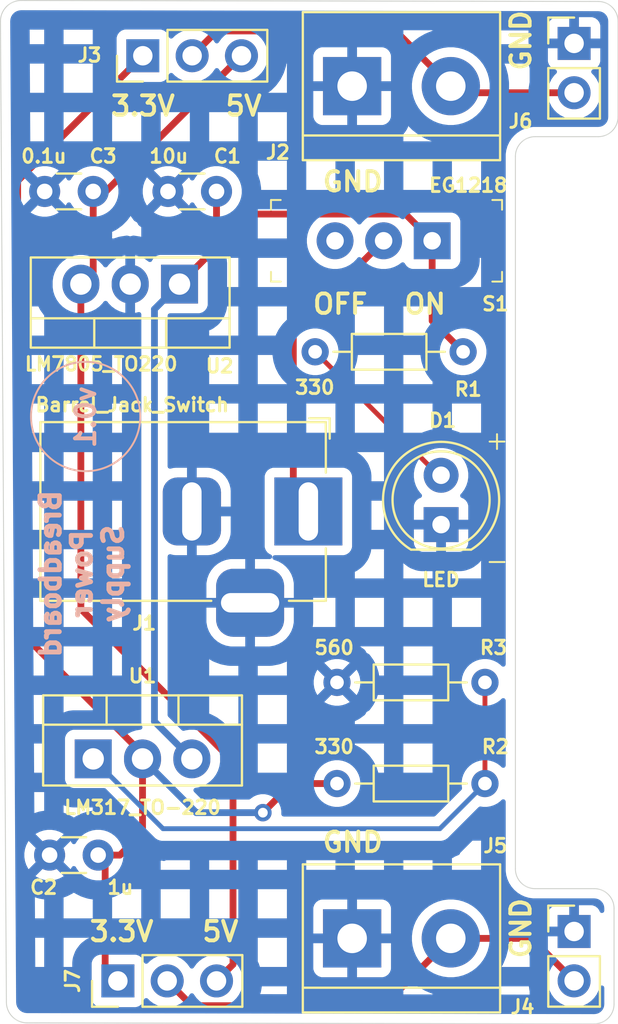
<source format=kicad_pcb>
(kicad_pcb (version 20241229) (generator "pcbnew") (generator_version "9.0")
  (layers (0 "F.Cu" signal) (2 "B.Cu" signal) (13 "F.Paste" user) (15 "B.Paste" user) (5 "F.SilkS" user "F.Silkscreen") (7 "B.SilkS" user "B.Silkscreen") (1 "F.Mask" user) (3 "B.Mask" user) (25 "Edge.Cuts" user))
  (net 0 "")
  (net 1 "/12V")
  (net 2 "GND")
  (net 3 "/3.3V")
  (net 4 "/5V")
  (net 5 "/PWR_input")
  (net 6 "Net-(U1-ADJ)")
  (net 8 "Net-(D1-A)")
  (net 9 "/PWR_OUT_BOT")
  (net 10 "/PWR_OUT_TOP")
  (footprint "Connector_BarrelJack:BarrelJack_Horizontal" (layer "F.Cu") (at 96.17 72.989)
    (property "Reference" "J1" (at -8.45 5.75 0) (layer "F.SilkS") (effects (font (size 0.7 0.7))))
    (property "Value" "Barrel_Jack_Switch" (at -9.07 -5.489 0) (layer "F.SilkS") (effects (font (size 0.7 0.7))))
    (fp_line (start -13.8 -4.6) (end 0.9 -4.6) (stroke (width 0.12)) (layer "F.SilkS"))
    (fp_line (start -13.8 4.6) (end -13.8 -4.6) (stroke (width 0.12)) (layer "F.SilkS"))
    (fp_line (start -5 4.6) (end -13.8 4.6) (stroke (width 0.12)) (layer "F.SilkS"))
    (fp_line (start 0.05 -4.8) (end 1.1 -4.8) (stroke (width 0.12)) (layer "F.SilkS"))
    (fp_line (start 0.9 -4.6) (end 0.9 -2) (stroke (width 0.12)) (layer "F.SilkS"))
    (fp_line (start 0.9 1.9) (end 0.9 4.6) (stroke (width 0.12)) (layer "F.SilkS"))
    (fp_line (start 0.9 4.6) (end -1 4.6) (stroke (width 0.12)) (layer "F.SilkS"))
    (fp_line (start 1.1 -3.75) (end 1.1 -4.8) (stroke (width 0.12)) (layer "F.SilkS"))
    (pad "1" thru_hole rect (at 0 0) (size 3.5 3.5) (drill oval 1 3) (layers "*.Cu" "*.Mask") (net 5 "/PWR_input"))
    (pad "2" thru_hole roundrect (at -6 0) (size 3 3.5) (drill oval 1 3) (layers "*.Cu" "*.Mask") (net 2 "GND"))
    (pad "3" thru_hole roundrect (at -3 4.7) (size 3.5 3.5) (drill oval 3 1) (layers "*.Cu" "*.Mask") (net 2 "GND"))
  )
  (footprint "Connector_PinHeader_2.54mm:PinHeader_1x03_P2.54mm_Vertical" (layer "F.Cu") (at 87.645 49.53 90)
    (property "Reference" "J3" (at 0.03 -2.745 180) (layer "F.SilkS") (effects (font (size 0.7 0.7))))
    (property "Value" "Conn_01x03_Pin" (hide yes))
    (fp_line (start -1.33 -1.33) (end 0 -1.33) (stroke (width 0.12)) (layer "F.SilkS"))
    (fp_line (start -1.33 0) (end -1.33 -1.33) (stroke (width 0.12)) (layer "F.SilkS"))
    (fp_line (start 1.33 1.27) (end 1.33 6.41) (stroke (width 0.12)) (layer "F.SilkS"))
    (fp_line (start -1.33 1.27) (end 1.33 1.27) (stroke (width 0.12)) (layer "F.SilkS"))
    (fp_line (start -1.33 1.27) (end -1.33 6.41) (stroke (width 0.12)) (layer "F.SilkS"))
    (fp_line (start -1.33 6.41) (end 1.33 6.41) (stroke (width 0.12)) (layer "F.SilkS"))
    (pad "1" thru_hole rect (at 0 0 90) (size 1.7 1.7) (drill 1) (layers "*.Cu" "*.Mask") (net 3 "/3.3V"))
    (pad "2" thru_hole oval (at 0 2.54 90) (size 1.7 1.7) (drill 1) (layers "*.Cu" "*.Mask") (net 10 "/PWR_OUT_TOP"))
    (pad "3" thru_hole oval (at 0 5.08 90) (size 1.7 1.7) (drill 1) (layers "*.Cu" "*.Mask") (net 4 "/5V"))
  )
  (footprint "TerminalBlock:TerminalBlock_bornier-2_P5.08mm" (layer "F.Cu") (at 98.425 51.095)
    (property "Reference" "J2" (at -3.825 3.405 0) (layer "F.SilkS") (effects (font (size 0.7 0.7))))
    (property "Value" "Screw_Terminal_01x02" (hide yes))
    (fp_line (start -2.54 -3.81) (end -2.54 3.81) (stroke (width 0.12)) (layer "F.SilkS"))
    (fp_line (start -2.54 3.81) (end 7.62 3.81) (stroke (width 0.12)) (layer "F.SilkS"))
    (fp_line (start 7.62 -3.81) (end -2.54 -3.81) (stroke (width 0.12)) (layer "F.SilkS"))
    (fp_line (start 7.62 2.54) (end -2.54 2.54) (stroke (width 0.12)) (layer "F.SilkS"))
    (fp_line (start 7.62 3.81) (end 7.62 -3.81) (stroke (width 0.12)) (layer "F.SilkS"))
    (pad "1" thru_hole rect (at 0 0) (size 3 3) (drill 1.52) (layers "*.Cu" "*.Mask") (net 2 "GND"))
    (pad "2" thru_hole circle (at 5.08 0) (size 3 3) (drill 1.52) (layers "*.Cu" "*.Mask") (net 10 "/PWR_OUT_TOP"))
  )
  (footprint "Resistor_THT:R_Axial_DIN0204_L3.6mm_D1.6mm_P7.62mm_Horizontal" (layer "F.Cu") (at 96.52 64.77)
    (property "Reference" "R1" (at 7.88 1.93 0) (layer "F.SilkS") (effects (font (size 0.7 0.7))))
    (property "Value" "330" (at -0.02 1.83 0) (layer "F.SilkS") (effects (font (size 0.7 0.7))))
    (fp_line (start 0.94 0) (end 1.89 0) (stroke (width 0.12)) (layer "F.SilkS"))
    (fp_line (start 1.89 -0.92) (end 1.89 0.92) (stroke (width 0.12)) (layer "F.SilkS"))
    (fp_line (start 1.89 0.92) (end 5.73 0.92) (stroke (width 0.12)) (layer "F.SilkS"))
    (fp_line (start 5.73 -0.92) (end 1.89 -0.92) (stroke (width 0.12)) (layer "F.SilkS"))
    (fp_line (start 5.73 0.92) (end 5.73 -0.92) (stroke (width 0.12)) (layer "F.SilkS"))
    (fp_line (start 6.68 0) (end 5.73 0) (stroke (width 0.12)) (layer "F.SilkS"))
    (pad "1" thru_hole circle (at 0 0) (size 1.4 1.4) (drill 0.7) (layers "*.Cu" "*.Mask") (net 8 "Net-(D1-A)"))
    (pad "2" thru_hole oval (at 7.62 0) (size 1.4 1.4) (drill 0.7) (layers "*.Cu" "*.Mask") (net 1 "/12V"))
  )
  (footprint "LED_THT:LED_D5.0mm" (layer "F.Cu") (at 103.005 73.665 90)
    (property "Reference" "D1" (at 5.365 -0.705 180) (layer "F.SilkS") (effects (font (size 0.7 0.7)) (justify left)))
    (property "Value" "LED" (at -2.835 -0.005 180) (layer "F.SilkS") (effects (font (size 0.7 0.7))))
    (fp_line (start -1.29 -1.545) (end -1.29 1.545) (stroke (width 0.12)) (layer "F.SilkS"))
    (fp_arc (start -1.29 -1.54483) (mid 2.071756 -2.880501) (end 4.26 -0.000048) (stroke (width 0.12)) (layer "F.SilkS"))
    (fp_arc (start 4.26 0.000048) (mid 2.071756 2.880501) (end -1.29 1.54483) (stroke (width 0.12)) (layer "F.SilkS"))
    (fp_circle (center 1.27 0) (end 3.77 0) (stroke (width 0.12)) (fill no) (layer "F.SilkS"))
    (pad "1" thru_hole rect (at 0 0 90) (size 1.8 1.8) (drill 0.9) (layers "*.Cu" "*.Mask") (net 2 "GND"))
    (pad "2" thru_hole circle (at 2.54 0 90) (size 1.8 1.8) (drill 0.9) (layers "*.Cu" "*.Mask") (net 8 "Net-(D1-A)"))
  )
  (footprint "Package_TO_SOT_THT:TO-220-3_Vertical" (layer "F.Cu") (at 85.09 85.725)
    (property "Reference" "U1" (at 2.54 -4.27 0) (layer "F.SilkS") (effects (font (size 0.7 0.7))))
    (property "Value" "LM317_TO-220" (at 2.54 2.5 0) (layer "F.SilkS") (effects (font (size 0.7 0.7))))
    (fp_line (start -2.58 -3.27) (end -2.58 1.371) (stroke (width 0.12)) (layer "F.SilkS"))
    (fp_line (start -2.58 -3.27) (end 7.66 -3.27) (stroke (width 0.12)) (layer "F.SilkS"))
    (fp_line (start -2.58 -1.76) (end 7.66 -1.76) (stroke (width 0.12)) (layer "F.SilkS"))
    (fp_line (start -2.58 1.371) (end 7.66 1.371) (stroke (width 0.12)) (layer "F.SilkS"))
    (fp_line (start 0.69 -3.27) (end 0.69 -1.76) (stroke (width 0.12)) (layer "F.SilkS"))
    (fp_line (start 4.391 -3.27) (end 4.391 -1.76) (stroke (width 0.12)) (layer "F.SilkS"))
    (fp_line (start 7.66 -3.27) (end 7.66 1.371) (stroke (width 0.12)) (layer "F.SilkS"))
    (pad "1" thru_hole rect (at 0 0) (size 1.905 2) (drill 1.1) (layers "*.Cu" "*.Mask") (net 6 "Net-(U1-ADJ)"))
    (pad "2" thru_hole oval (at 2.54 0) (size 1.905 2) (drill 1.1) (layers "*.Cu" "*.Mask") (net 3 "/3.3V"))
    (pad "3" thru_hole oval (at 5.08 0) (size 1.905 2) (drill 1.1) (layers "*.Cu" "*.Mask") (net 1 "/12V"))
  )
  (footprint "Capacitor_THT:C_Disc_D3.0mm_W1.6mm_P2.50mm" (layer "F.Cu") (at 91.44 56.515 180)
    (property "Reference" "C1" (at -0.56 1.815 0) (layer "F.SilkS") (effects (font (size 0.7 0.7))))
    (property "Value" "10u" (at 3.54 1.815 0) (layer "F.SilkS") (effects (font (size 0.7 0.7)) (justify left)))
    (fp_line (start 0.621 0.92) (end 1.879 0.92) (stroke (width 0.12)) (layer "F.SilkS"))
    (fp_line (start 0.621 -0.92) (end 1.879 -0.92) (stroke (width 0.12)) (layer "F.SilkS"))
    (pad "1" thru_hole circle (at 0 0 180) (size 1.6 1.6) (drill 0.8) (layers "*.Cu" "*.Mask") (net 1 "/12V"))
    (pad "2" thru_hole circle (at 2.5 0 180) (size 1.6 1.6) (drill 0.8) (layers "*.Cu" "*.Mask") (net 2 "GND"))
  )
  (footprint "Connector_PinHeader_2.54mm:PinHeader_1x03_P2.54mm_Vertical" (layer "F.Cu") (at 86.36 97.155 90)
    (property "Reference" "J7" (at 0 -2.33 90) (layer "F.SilkS") (effects (font (size 0.7 0.7))))
    (property "Value" "Conn_01x03_Pin" (hide yes))
    (fp_line (start -1.33 -1.33) (end 0 -1.33) (stroke (width 0.12)) (layer "F.SilkS"))
    (fp_line (start -1.33 0) (end -1.33 -1.33) (stroke (width 0.12)) (layer "F.SilkS"))
    (fp_line (start 1.33 1.27) (end 1.33 6.41) (stroke (width 0.12)) (layer "F.SilkS"))
    (fp_line (start -1.33 1.27) (end 1.33 1.27) (stroke (width 0.12)) (layer "F.SilkS"))
    (fp_line (start -1.33 1.27) (end -1.33 6.41) (stroke (width 0.12)) (layer "F.SilkS"))
    (fp_line (start -1.33 6.41) (end 1.33 6.41) (stroke (width 0.12)) (layer "F.SilkS"))
    (pad "1" thru_hole rect (at 0 0 90) (size 1.7 1.7) (drill 1) (layers "*.Cu" "*.Mask") (net 3 "/3.3V"))
    (pad "2" thru_hole oval (at 0 2.54 90) (size 1.7 1.7) (drill 1) (layers "*.Cu" "*.Mask") (net 9 "/PWR_OUT_BOT"))
    (pad "3" thru_hole oval (at 0 5.08 90) (size 1.7 1.7) (drill 1) (layers "*.Cu" "*.Mask") (net 4 "/5V"))
  )
  (footprint "Connector_PinHeader_2.54mm:PinHeader_1x02_P2.54mm_Vertical" (layer "F.Cu") (at 109.855 94.61)
    (property "Reference" "J4" (at -2.655 3.885 0) (layer "F.SilkS") (effects (font (size 0.7 0.7))))
    (property "Value" "Conn_01x02_Pin" (hide yes))
    (fp_line (start -1.33 -1.33) (end 0 -1.33) (stroke (width 0.12)) (layer "F.SilkS"))
    (fp_line (start -1.33 0) (end -1.33 -1.33) (stroke (width 0.12)) (layer "F.SilkS"))
    (fp_line (start -1.33 1.27) (end -1.33 3.87) (stroke (width 0.12)) (layer "F.SilkS"))
    (fp_line (start -1.33 1.27) (end 1.33 1.27) (stroke (width 0.12)) (layer "F.SilkS"))
    (fp_line (start -1.33 3.87) (end 1.33 3.87) (stroke (width 0.12)) (layer "F.SilkS"))
    (fp_line (start 1.33 1.27) (end 1.33 3.87) (stroke (width 0.12)) (layer "F.SilkS"))
    (pad "1" thru_hole rect (at 0 0) (size 1.7 1.7) (drill 1) (layers "*.Cu" "*.Mask") (net 2 "GND"))
    (pad "2" thru_hole oval (at 0 2.54) (size 1.7 1.7) (drill 1) (layers "*.Cu" "*.Mask") (net 9 "/PWR_OUT_BOT"))
  )
  (footprint "Capacitor_THT:C_Disc_D3.0mm_W1.6mm_P2.50mm" (layer "F.Cu") (at 85.09 56.515 180)
    (property "Reference" "C3" (at -0.51 1.815 0) (layer "F.SilkS") (effects (font (size 0.7 0.7))))
    (property "Value" "0.1u" (at 3.79 1.815 0) (layer "F.SilkS") (effects (font (size 0.7 0.7)) (justify left)))
    (fp_line (start 0.621 0.92) (end 1.879 0.92) (stroke (width 0.12)) (layer "F.SilkS"))
    (fp_line (start 0.621 -0.92) (end 1.879 -0.92) (stroke (width 0.12)) (layer "F.SilkS"))
    (pad "1" thru_hole circle (at 0 0 180) (size 1.6 1.6) (drill 0.8) (layers "*.Cu" "*.Mask") (net 4 "/5V"))
    (pad "2" thru_hole circle (at 2.5 0 180) (size 1.6 1.6) (drill 0.8) (layers "*.Cu" "*.Mask") (net 2 "GND"))
  )
  (footprint "Capacitor_THT:C_Disc_D3.0mm_W1.6mm_P2.50mm" (layer "F.Cu") (at 85.344 90.678 180)
    (property "Reference" "C2" (at 2.805 -1.66 0) (layer "F.SilkS") (effects (font (size 0.7 0.7))))
    (property "Value" "1u" (at -0.395 -1.66 0) (layer "F.SilkS") (effects (font (size 0.7 0.7)) (justify left)))
    (fp_line (start 0.621 0.92) (end 1.879 0.92) (stroke (width 0.12)) (layer "F.SilkS"))
    (fp_line (start 0.621 -0.92) (end 1.879 -0.92) (stroke (width 0.12)) (layer "F.SilkS"))
    (pad "1" thru_hole circle (at 0 0 180) (size 1.6 1.6) (drill 0.8) (layers "*.Cu" "*.Mask") (net 3 "/3.3V"))
    (pad "2" thru_hole circle (at 2.5 0 180) (size 1.6 1.6) (drill 0.8) (layers "*.Cu" "*.Mask") (net 2 "GND"))
  )
  (footprint "Resistor_THT:R_Axial_DIN0204_L3.6mm_D1.6mm_P7.62mm_Horizontal" (layer "F.Cu") (at 97.645 81.788)
    (property "Reference" "R3" (at 8.055 -1.788 0) (layer "F.SilkS") (effects (font (size 0.7 0.7))))
    (property "Value" "560" (at -1.245 -1.788 0) (layer "F.SilkS") (effects (font (size 0.7 0.7)) (justify left)))
    (fp_line (start 0.94 0) (end 1.89 0) (stroke (width 0.12)) (layer "F.SilkS"))
    (fp_line (start 1.89 -0.92) (end 1.89 0.92) (stroke (width 0.12)) (layer "F.SilkS"))
    (fp_line (start 1.89 0.92) (end 5.73 0.92) (stroke (width 0.12)) (layer "F.SilkS"))
    (fp_line (start 5.73 -0.92) (end 1.89 -0.92) (stroke (width 0.12)) (layer "F.SilkS"))
    (fp_line (start 5.73 0.92) (end 5.73 -0.92) (stroke (width 0.12)) (layer "F.SilkS"))
    (fp_line (start 6.68 0) (end 5.73 0) (stroke (width 0.12)) (layer "F.SilkS"))
    (pad "1" thru_hole circle (at 0 0) (size 1.4 1.4) (drill 0.7) (layers "*.Cu" "*.Mask") (net 2 "GND"))
    (pad "2" thru_hole oval (at 7.62 0) (size 1.4 1.4) (drill 0.7) (layers "*.Cu" "*.Mask") (net 6 "Net-(U1-ADJ)"))
  )
  (footprint "Resistor_THT:R_Axial_DIN0204_L3.6mm_D1.6mm_P7.62mm_Horizontal" (layer "F.Cu") (at 105.265 86.995 180)
    (property "Reference" "R2" (at -0.535 1.895 0) (layer "F.SilkS") (effects (font (size 0.7 0.7))))
    (property "Value" "330" (at 8.865 1.895 0) (layer "F.SilkS") (effects (font (size 0.7 0.7)) (justify left)))
    (fp_line (start 6.68 0) (end 5.73 0) (stroke (width 0.12)) (layer "F.SilkS"))
    (fp_line (start 5.73 0.92) (end 5.73 -0.92) (stroke (width 0.12)) (layer "F.SilkS"))
    (fp_line (start 5.73 -0.92) (end 1.89 -0.92) (stroke (width 0.12)) (layer "F.SilkS"))
    (fp_line (start 1.89 0.92) (end 5.73 0.92) (stroke (width 0.12)) (layer "F.SilkS"))
    (fp_line (start 1.89 -0.92) (end 1.89 0.92) (stroke (width 0.12)) (layer "F.SilkS"))
    (fp_line (start 0.94 0) (end 1.89 0) (stroke (width 0.12)) (layer "F.SilkS"))
    (pad "1" thru_hole circle (at 0 0 180) (size 1.4 1.4) (drill 0.7) (layers "*.Cu" "*.Mask") (net 6 "Net-(U1-ADJ)"))
    (pad "2" thru_hole oval (at 7.62 0 180) (size 1.4 1.4) (drill 0.7) (layers "*.Cu" "*.Mask") (net 3 "/3.3V"))
  )
  (footprint "Connector_PinHeader_2.54mm:PinHeader_1x02_P2.54mm_Vertical" (layer "F.Cu") (at 109.855 48.895)
    (property "Reference" "J6" (at -2.755 4.005 0) (layer "F.SilkS") (effects (font (size 0.7 0.7))))
    (property "Value" "Conn_01x02_Pin" (hide yes))
    (fp_line (start -1.33 -1.33) (end 0 -1.33) (stroke (width 0.12)) (layer "F.SilkS"))
    (fp_line (start -1.33 0) (end -1.33 -1.33) (stroke (width 0.12)) (layer "F.SilkS"))
    (fp_line (start -1.33 1.27) (end -1.33 3.87) (stroke (width 0.12)) (layer "F.SilkS"))
    (fp_line (start -1.33 1.27) (end 1.33 1.27) (stroke (width 0.12)) (layer "F.SilkS"))
    (fp_line (start -1.33 3.87) (end 1.33 3.87) (stroke (width 0.12)) (layer "F.SilkS"))
    (fp_line (start 1.33 1.27) (end 1.33 3.87) (stroke (width 0.12)) (layer "F.SilkS"))
    (pad "1" thru_hole rect (at 0 0) (size 1.7 1.7) (drill 1) (layers "*.Cu" "*.Mask") (net 2 "GND"))
    (pad "2" thru_hole oval (at 0 2.54) (size 1.7 1.7) (drill 1) (layers "*.Cu" "*.Mask") (net 10 "/PWR_OUT_TOP"))
  )
  (footprint "TerminalBlock:TerminalBlock_bornier-2_P5.08mm" (layer "F.Cu") (at 98.425 94.965)
    (property "Reference" "J5" (at 7.375 -4.765 0) (layer "F.SilkS") (effects (font (size 0.7 0.7))))
    (property "Value" "Screw_Terminal_01x02" (hide yes))
    (fp_line (start -2.54 -3.81) (end -2.54 3.81) (stroke (width 0.12)) (layer "F.SilkS"))
    (fp_line (start -2.54 3.81) (end 7.62 3.81) (stroke (width 0.12)) (layer "F.SilkS"))
    (fp_line (start 7.62 -3.81) (end -2.54 -3.81) (stroke (width 0.12)) (layer "F.SilkS"))
    (fp_line (start 7.62 2.54) (end -2.54 2.54) (stroke (width 0.12)) (layer "F.SilkS"))
    (fp_line (start 7.62 3.81) (end 7.62 -3.81) (stroke (width 0.12)) (layer "F.SilkS"))
    (pad "1" thru_hole rect (at 0 0) (size 3 3) (drill 1.52) (layers "*.Cu" "*.Mask") (net 2 "GND"))
    (pad "2" thru_hole circle (at 5.08 0) (size 3 3) (drill 1.52) (layers "*.Cu" "*.Mask") (net 9 "/PWR_OUT_BOT"))
  )
  (footprint "digikey-footprints:Switch_Slide_11.6x4mm_EG1218" (layer "F.Cu") (at 102.545 59.055 180)
    (property "Reference" "S1" (at -3.255 -3.249819 0) (layer "F.SilkS") (effects (font (size 0.7 0.7))))
    (property "Value" "EG1218" (at -1.855 2.855 0) (layer "F.SilkS") (effects (font (size 0.7 0.7))))
    (fp_line (start 8.3 2.1) (end 8.3 1.6) (stroke (width 0.1)) (layer "F.SilkS"))
    (fp_line (start 8.3 2.1) (end 7.8 2.1) (stroke (width 0.1)) (layer "F.SilkS"))
    (fp_line (start 8.3 -2.1) (end 8.3 -1.6) (stroke (width 0.1)) (layer "F.SilkS"))
    (fp_line (start 8.3 -2.1) (end 7.8 -2.1) (stroke (width 0.1)) (layer "F.SilkS"))
    (fp_line (start -3.6 2.1) (end -3.1 2.1) (stroke (width 0.1)) (layer "F.SilkS"))
    (fp_line (start -3.6 2.1) (end -3.6 1.6) (stroke (width 0.1)) (layer "F.SilkS"))
    (fp_line (start -3.6 -2.1) (end -3.1 -2.1) (stroke (width 0.1)) (layer "F.SilkS"))
    (fp_line (start -3.6 -2.1) (end -3.6 -1.6) (stroke (width 0.1)) (layer "F.SilkS"))
    (pad "1" thru_hole rect (at 0 0 180) (size 1.9 1.9) (drill 0.9) (layers "*.Cu" "*.Mask") (net 1 "/12V"))
    (pad "2" thru_hole circle (at 2.5 0 180) (size 1.9 1.9) (drill 0.9) (layers "*.Cu" "*.Mask") (net 5 "/PWR_input"))
    (pad "3" thru_hole circle (at 5 0 180) (size 1.9 1.9) (drill 0.9) (layers "*.Cu" "*.Mask"))
  )
  (footprint "Package_TO_SOT_THT:TO-220-3_Vertical" (layer "F.Cu") (at 89.535 61.285 180)
    (property "Reference" "U2" (at -2.065 -4.215 0) (layer "F.SilkS") (effects (font (size 0.7 0.7))))
    (property "Value" "LM7805_TO220" (at 4.035 -4.115 0) (layer "F.SilkS") (effects (font (size 0.7 0.7))))
    (fp_line (start 7.66 -3.27) (end 7.66 1.371) (stroke (width 0.12)) (layer "F.SilkS"))
    (fp_line (start 4.391 -3.27) (end 4.391 -1.76) (stroke (width 0.12)) (layer "F.SilkS"))
    (fp_line (start 0.69 -3.27) (end 0.69 -1.76) (stroke (width 0.12)) (layer "F.SilkS"))
    (fp_line (start -2.58 1.371) (end 7.66 1.371) (stroke (width 0.12)) (layer "F.SilkS"))
    (fp_line (start -2.58 -1.76) (end 7.66 -1.76) (stroke (width 0.12)) (layer "F.SilkS"))
    (fp_line (start -2.58 -3.27) (end 7.66 -3.27) (stroke (width 0.12)) (layer "F.SilkS"))
    (fp_line (start -2.58 -3.27) (end -2.58 1.371) (stroke (width 0.12)) (layer "F.SilkS"))
    (pad "1" thru_hole rect (at 0 0 180) (size 1.905 2) (drill 1.1) (layers "*.Cu" "*.Mask") (net 1 "/12V"))
    (pad "2" thru_hole oval (at 2.54 0 180) (size 1.905 2) (drill 1.1) (layers "*.Cu" "*.Mask") (net 2 "GND"))
    (pad "3" thru_hole oval (at 5.08 0 180) (size 1.905 2) (drill 1.1) (layers "*.Cu" "*.Mask") (net 4 "/5V"))
  )
  (gr_circle (center 84.7 68.1) (end 85.716 70.724948) (stroke (width 0.1)) (fill no) (layer "B.SilkS"))
  (gr_arc (start 80.3148 47.752) (mid 80.627258 46.997658) (end 81.3816 46.6852) (stroke (width 0.05)) (layer "Edge.Cuts"))
  (gr_line (start 81.6864 99.314) (end 110.8964 99.3648) (stroke (width 0.05)) (layer "Edge.Cuts"))
  (gr_line (start 111.9124 98.3488) (end 111.9124 93.4212) (stroke (width 0.05)) (layer "Edge.Cuts"))
  (gr_arc (start 112.1156 52.6796) (mid 111.81802 53.39802) (end 111.0996 53.6956) (stroke (width 0.05)) (layer "Edge.Cuts"))
  (gr_arc (start 111.0996 46.736) (mid 111.81802 47.03358) (end 112.1156 47.752) (stroke (width 0.05)) (layer "Edge.Cuts"))
  (gr_arc (start 110.8964 92.4052) (mid 111.61482 92.70278) (end 111.9124 93.4212) (stroke (width 0.05)) (layer "Edge.Cuts"))
  (gr_arc (start 107.8484 92.4052) (mid 107.12998 92.10762) (end 106.8324 91.3892) (stroke (width 0.05)) (layer "Edge.Cuts"))
  (gr_line (start 80.3148 47.752) (end 80.6196 98.2472) (stroke (width 0.05)) (layer "Edge.Cuts"))
  (gr_line (start 111.0996 46.736) (end 81.3816 46.6852) (stroke (width 0.05)) (layer "Edge.Cuts"))
  (gr_arc (start 106.8324 54.7116) (mid 107.12998 53.99318) (end 107.8484 53.6956) (stroke (width 0.05)) (layer "Edge.Cuts"))
  (gr_line (start 110.8964 92.4052) (end 107.8484 92.4052) (stroke (width 0.05)) (layer "Edge.Cuts"))
  (gr_line (start 112.1156 52.6796) (end 112.1156 47.752) (stroke (width 0.05)) (layer "Edge.Cuts"))
  (gr_arc (start 81.6864 99.314) (mid 80.932058 99.001542) (end 80.6196 98.2472) (stroke (width 0.05)) (layer "Edge.Cuts"))
  (gr_line (start 107.8484 53.6956) (end 111.0996 53.6956) (stroke (width 0.05)) (layer "Edge.Cuts"))
  (gr_line (start 106.8324 91.3892) (end 106.8324 54.7116) (stroke (width 0.05)) (layer "Edge.Cuts"))
  (gr_arc (start 111.9124 98.3488) (mid 111.61482 99.06722) (end 110.8964 99.3648) (stroke (width 0.05)) (layer "Edge.Cuts"))
  (gr_text "-" (at 105.2 76.1 0) (layer "F.SilkS") (effects (font (size 1 1) (thickness 0.1)) (justify left bottom)))
  (gr_text "GND" (at 96.8 56.6 0) (layer "F.SilkS") (effects (font (size 1 1) (thickness 0.2) (bold yes)) (justify left bottom)))
  (gr_text "5V" (at 90.6 95.2 0) (layer "F.SilkS") (effects (font (size 1 1) (thickness 0.2) (bold yes)) (justify left bottom)))
  (gr_text "OFF" (at 96.3 62.9 0) (layer "F.SilkS") (effects (font (size 1 1) (thickness 0.2) (bold yes)) (justify left bottom)))
  (gr_text "GND" (at 107.7 50.4 90) (layer "F.SilkS") (effects (font (size 1 1) (thickness 0.2) (bold yes)) (justify left bottom)))
  (gr_text "ON" (at 101 62.9 0) (layer "F.SilkS") (effects (font (size 1 1) (thickness 0.2) (bold yes)) (justify left bottom)))
  (gr_text "GND" (at 96.8 90.6 0) (layer "F.SilkS") (effects (font (size 1 1) (thickness 0.2) (bold yes)) (justify left bottom)))
  (gr_text "GND" (at 107.7 96.1 90) (layer "F.SilkS") (effects (font (size 1 1) (thickness 0.2) (bold yes)) (justify left bottom)))
  (gr_text "5V" (at 91.8 52.7 0) (layer "F.SilkS") (effects (font (size 1 1) (thickness 0.2) (bold yes)) (justify left bottom)))
  (gr_text "3.3V" (at 84.8 95.2 0) (layer "F.SilkS") (effects (font (size 1 1) (thickness 0.2) (bold yes)) (justify left bottom)))
  (gr_text "+" (at 105.2 69.9 0) (layer "F.SilkS") (effects (font (size 1 1) (thickness 0.1)) (justify left bottom)))
  (gr_text "3.3V" (at 85.9 52.7 0) (layer "F.SilkS") (effects (font (size 1 1) (thickness 0.2) (bold yes)) (justify left bottom)))
  (gr_text "v0.1" (at 85.2816 66.4264 90) (layer "B.SilkS") (effects (font (size 1 1) (thickness 0.2) (bold yes)) (justify left bottom mirror)))
  (gr_text "Breadboard\nPower\nSupply" (at 86.7 76.2 90) (layer "B.SilkS") (effects (font (size 1 1) (thickness 0.25) (bold yes)) (justify bottom mirror)))
  (segment (start 89.535 61.285) (end 93.141 57.679) (width 0.35) (layer "F.Cu") (net 1))
  (segment (start 102.545 59.055) (end 102.545 63.175) (width 0.35) (layer "F.Cu") (net 1))
  (segment (start 91.44 56.515) (end 91.44 59.38) (width 0.35) (layer "F.Cu") (net 1))
  (segment (start 93.141 57.679) (end 101.169 57.679) (width 0.35) (layer "F.Cu") (net 1))
  (segment (start 91.44 59.38) (end 89.535 61.285) (width 0.35) (layer "F.Cu") (net 1))
  (segment (start 101.169 57.679) (end 102.545 59.055) (width 0.35) (layer "F.Cu") (net 1))
  (segment (start 102.545 63.175) (end 104.14 64.77) (width 0.35) (layer "F.Cu") (net 1))
  (segment (start 88.244 83.799) (end 90.17 85.725) (width 0.35) (layer "B.Cu") (net 1))
  (segment (start 89.535 61.285) (end 88.244 62.576) (width 0.35) (layer "B.Cu") (net 1))
  (segment (start 88.244 62.576) (end 88.244 83.799) (width 0.35) (layer "B.Cu") (net 1))
  (segment (start 85.705 96.5) (end 86.36 97.155) (width 0.35) (layer "F.Cu") (net 3))
  (segment (start 81.198838 55.976162) (end 81.198838 79.029338) (width 0.35) (layer "F.Cu") (net 3))
  (segment (start 95.3262 86.995) (end 93.8276 88.4936) (width 0.35) (layer "F.Cu") (net 3))
  (segment (start 87.63 89.515) (end 87.63 85.725) (width 0.35) (layer "F.Cu") (net 3))
  (segment (start 85.344 90.678) (end 86.467 90.678) (width 0.35) (layer "F.Cu") (net 3))
  (segment (start 87.63 85.4605) (end 87.63 85.725) (width 0.35) (layer "F.Cu") (net 3))
  (segment (start 85.344 90.678) (end 85.705 91.039) (width 0.35) (layer "F.Cu") (net 3))
  (segment (start 86.467 90.678) (end 87.63 89.515) (width 0.35) (layer "F.Cu") (net 3))
  (segment (start 85.705 91.039) (end 85.705 96.5) (width 0.35) (layer "F.Cu") (net 3))
  (segment (start 97.645 86.995) (end 95.3262 86.995) (width 0.35) (layer "F.Cu") (net 3))
  (segment (start 87.645 49.53) (end 81.198838 55.976162) (width 0.35) (layer "F.Cu") (net 3))
  (segment (start 81.198838 79.029338) (end 87.63 85.4605) (width 0.35) (layer "F.Cu") (net 3))
  (via (at 93.8276 88.4936) (size 0.9) (drill 0.5) (layers "F.Cu" "B.Cu") (net 3))
  (segment (start 93.8276 88.4936) (end 90.3986 88.4936) (width 0.35) (layer "B.Cu") (net 3))
  (segment (start 90.3986 88.4936) (end 87.63 85.725) (width 0.35) (layer "B.Cu") (net 3))
  (segment (start 84.455 61.285) (end 84.455 78.013007) (width 0.35) (layer "F.Cu") (net 4))
  (segment (start 84.455 78.013007) (end 92.29 85.848007) (width 0.35) (layer "F.Cu") (net 4))
  (segment (start 92.725 49.53) (end 85.74 56.515) (width 0.35) (layer "F.Cu") (net 4))
  (segment (start 85.09 56.515) (end 85.09 60.65) (width 0.35) (layer "F.Cu") (net 4))
  (segment (start 92.29 96.305) (end 91.44 97.155) (width 0.35) (layer "F.Cu") (net 4))
  (segment (start 85.74 56.515) (end 85.09 56.515) (width 0.35) (layer "F.Cu") (net 4))
  (segment (start 85.09 60.65) (end 84.455 61.285) (width 0.35) (layer "F.Cu") (net 4))
  (segment (start 92.29 85.848007) (end 92.29 96.305) (width 0.35) (layer "F.Cu") (net 4))
  (segment (start 95.394 72.213) (end 96.17 72.989) (width 0.35) (layer "F.Cu") (net 5))
  (segment (start 100.045 59.055) (end 95.394 63.706) (width 0.35) (layer "F.Cu") (net 5))
  (segment (start 95.394 63.706) (end 95.394 72.213) (width 0.35) (layer "F.Cu") (net 5))
  (segment (start 105.265 81.788) (end 105.265 86.995) (width 0.25) (layer "F.Cu") (net 6))
  (segment (start 88.6846 89.3196) (end 85.09 85.725) (width 0.25) (layer "B.Cu") (net 6))
  (segment (start 105.265 86.995) (end 102.9404 89.3196) (width 0.25) (layer "B.Cu") (net 6))
  (segment (start 102.9404 89.3196) (end 88.6846 89.3196) (width 0.25) (layer "B.Cu") (net 6))
  (segment (start 96.52 64.77) (end 102.875 71.125) (width 0.25) (layer "F.Cu") (net 8))
  (segment (start 102.875 71.125) (end 103.005 71.125) (width 0.25) (layer "F.Cu") (net 8))
  (segment (start 90.176 98.431) (end 100.039 98.431) (width 0.35) (layer "F.Cu") (net 9))
  (segment (start 109.855 97.15) (end 107.67 94.965) (width 0.35) (layer "F.Cu") (net 9))
  (segment (start 88.9 97.155) (end 90.176 98.431) (width 0.35) (layer "F.Cu") (net 9))
  (segment (start 107.67 94.965) (end 103.505 94.965) (width 0.35) (layer "F.Cu") (net 9))
  (segment (start 100.039 98.431) (end 103.505 94.965) (width 0.35) (layer "F.Cu") (net 9))
  (segment (start 103.845 51.095) (end 104.185 51.435) (width 0.35) (layer "F.Cu") (net 10))
  (segment (start 103.505 51.095) (end 103.845 51.095) (width 0.35) (layer "F.Cu") (net 10))
  (segment (start 104.185 51.435) (end 109.855 51.435) (width 0.35) (layer "F.Cu") (net 10))
  (segment (start 103.845 51.435) (end 103.505 51.095) (width 0.35) (layer "F.Cu") (net 10))
  (segment (start 90.185 49.53) (end 91.461 48.254) (width 0.35) (layer "F.Cu") (net 10))
  (segment (start 91.461 48.254) (end 100.664 48.254) (width 0.35) (layer "F.Cu") (net 10))
  (segment (start 100.664 48.254) (end 103.505 51.095) (width 0.35) (layer "F.Cu") (net 10))
  (zone (net 2) (net_name "GND") (layer "B.Cu") (connect_pads (clearance 0.5)) (min_thickness 0.25) (fill yes (mode hatch) (thermal_gap 0.5) (thermal_bridge_width 0.5) (hatch_thickness 1) (hatch_gap 1.5) (hatch_orientation 0) (hatch_border_algorithm hatch_thickness) (hatch_min_hole_area 0.3))
    (polygon (pts (xy 81.2292 46.8376) (xy 80.6196 47.244) (xy 80.4672 47.8536) (xy 80.4672 48.8696) (xy 80.518 61.7728) (xy 80.6196 72.7456) (xy 80.6704 82.1944) (xy 80.7212 91.2876) (xy 80.7212 98.298) (xy 81.1784 98.9584) (xy 81.788 99.2124) (xy 105.0036 99.2124) (xy 111.3028 99.1616) (xy 111.76 98.552) (xy 111.8108 98.3488) (xy 111.8108 93.3196) (xy 111.3536 92.6084) (xy 110.9472 92.5068) (xy 107.5436 92.5068) (xy 106.8324 91.948) (xy 106.68 91.44) (xy 106.7308 89.9668) (xy 106.7308 54.7116) (xy 106.8832 54.0512) (xy 107.2388 53.7972) (xy 107.8992 53.5432) (xy 111.506 53.5432) (xy 111.8616 53.1368) (xy 112.014 52.4256) (xy 112.014 48.9204) (xy 111.9632 47.4472) (xy 111.4552 46.9392) (xy 111.2012 46.8376)))
  )
)
</source>
